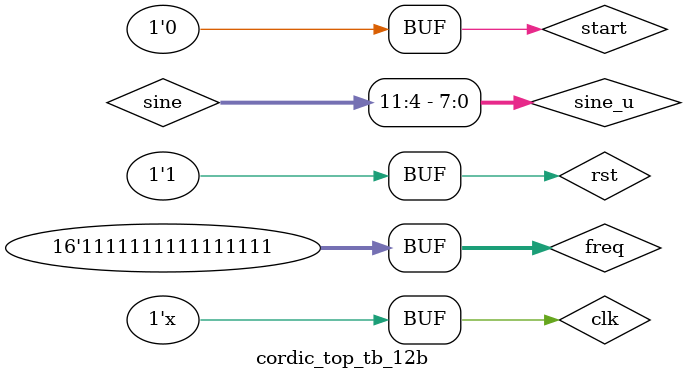
<source format=v>
`timescale 1ns / 1ps
module cordic_top_tb_12b ();

parameter width =12;
parameter CNT = 65536;
parameter freq_width = 16; 
      reg clk,rst,start;  
	  reg [freq_width-1:0] freq;
//    reg [width-1:0] x_start,y_start,angle;
	wire  [width-1:0] sine;
	wire [7:0] sine_u = sine[11:4];
//	wire  [width-1:0] sine,cosine;

angle_cordic_12b#(.width(width), .CNT(CNT), .freq_width(freq_width))  angle_cordic_12b (
     .clock     (clk),
     .resetn     (rst),
	 .freq   (freq),
	 .start    (start),
//	 .angle      (angle),
	 .SINout       (sine));
//	 .cosine  (cosine));
     
      initial
        begin
		clk = 1'b0;
		rst = 1'b0;
		start = 1'b0;
		freq = 16'd65535;
	#(1000) rst= 1'b1;
	#(1000) start= 1'b1;
	#(100) start= 1'b0;
		end

     always #5 clk = ~clk;
endmodule
</source>
